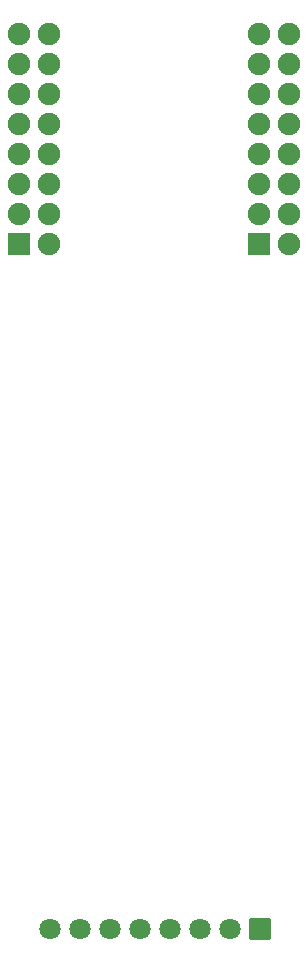
<source format=gts>
G04 Layer: TopSolderMaskLayer*
G04 EasyEDA v6.5.39, 2024-01-28 22:23:05*
G04 c3fe260546394cefa430cd682b94bf32,5a6b42c53f6a479593ecc07194224c93,10*
G04 Gerber Generator version 0.2*
G04 Scale: 100 percent, Rotated: No, Reflected: No *
G04 Dimensions in millimeters *
G04 leading zeros omitted , absolute positions ,4 integer and 5 decimal *
%FSLAX45Y45*%
%MOMM*%

%AMMACRO1*1,1,$1,$2,$3*1,1,$1,$4,$5*1,1,$1,0-$2,0-$3*1,1,$1,0-$4,0-$5*20,1,$1,$2,$3,$4,$5,0*20,1,$1,$4,$5,0-$2,0-$3,0*20,1,$1,0-$2,0-$3,0-$4,0-$5,0*20,1,$1,0-$4,0-$5,$2,$3,0*4,1,4,$2,$3,$4,$5,0-$2,0-$3,0-$4,0-$5,$2,$3,0*%
%ADD10MACRO1,0.1016X0.9X-0.9X0.9X0.9*%
%ADD11C,1.9016*%
%ADD12MACRO1,0.1016X-0.85X-0.85X0.85X-0.85*%
%ADD13C,1.8016*%

%LPD*%
D10*
G01*
X889000Y9017000D03*
D11*
G01*
X1143000Y9017000D03*
G01*
X889000Y9271000D03*
G01*
X1143000Y9271000D03*
G01*
X889000Y9525000D03*
G01*
X1143000Y9525000D03*
G01*
X889000Y9779000D03*
G01*
X1143000Y9779000D03*
G01*
X889000Y10033000D03*
G01*
X1143000Y10033000D03*
G01*
X889000Y10287000D03*
G01*
X1143000Y10287000D03*
G01*
X889000Y10541000D03*
G01*
X1143000Y10541000D03*
G01*
X889000Y10795000D03*
G01*
X1143000Y10795000D03*
D10*
G01*
X2921000Y9017000D03*
D11*
G01*
X3175000Y9017000D03*
G01*
X2921000Y9271000D03*
G01*
X3175000Y9271000D03*
G01*
X2921000Y9525000D03*
G01*
X3175000Y9525000D03*
G01*
X2921000Y9779000D03*
G01*
X3175000Y9779000D03*
G01*
X2921000Y10033000D03*
G01*
X3175000Y10033000D03*
G01*
X2921000Y10287000D03*
G01*
X3175000Y10287000D03*
G01*
X2921000Y10541000D03*
G01*
X3175000Y10541000D03*
G01*
X2921000Y10795000D03*
G01*
X3175000Y10795000D03*
D12*
G01*
X2937494Y3216894D03*
D13*
G01*
X2683509Y3216910D03*
G01*
X2429509Y3216910D03*
G01*
X2175509Y3216910D03*
G01*
X1921509Y3216910D03*
G01*
X1667509Y3216910D03*
G01*
X1413509Y3216910D03*
G01*
X1159509Y3216910D03*
M02*

</source>
